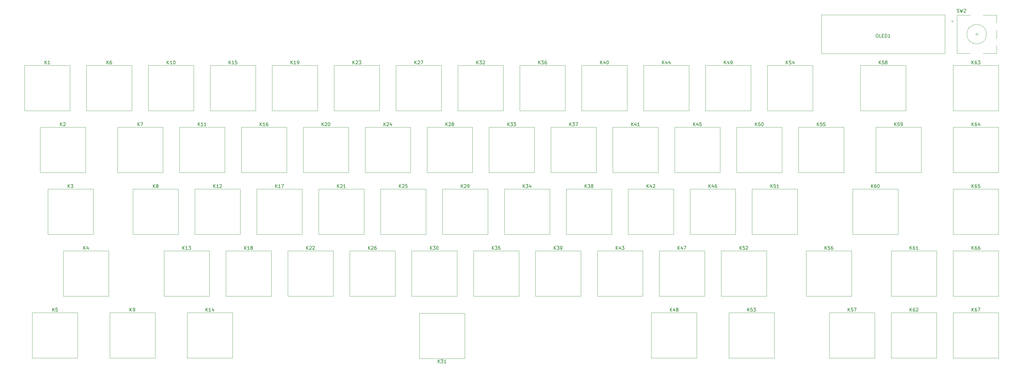
<source format=gto>
G04 #@! TF.GenerationSoftware,KiCad,Pcbnew,(5.1.9)-1*
G04 #@! TF.CreationDate,2021-04-19T20:06:47-07:00*
G04 #@! TF.ProjectId,keyboard,6b657962-6f61-4726-942e-6b696361645f,rev?*
G04 #@! TF.SameCoordinates,Original*
G04 #@! TF.FileFunction,Legend,Top*
G04 #@! TF.FilePolarity,Positive*
%FSLAX46Y46*%
G04 Gerber Fmt 4.6, Leading zero omitted, Abs format (unit mm)*
G04 Created by KiCad (PCBNEW (5.1.9)-1) date 2021-04-19 20:06:47*
%MOMM*%
%LPD*%
G01*
G04 APERTURE LIST*
%ADD10C,0.120000*%
%ADD11C,0.150000*%
G04 APERTURE END LIST*
D10*
G04 #@! TO.C,K31*
X202088750Y-125230000D02*
X202088750Y-139200000D01*
X188118750Y-125230000D02*
X202088750Y-125230000D01*
X188118750Y-139200000D02*
X188118750Y-125230000D01*
X202088750Y-139200000D02*
X188118750Y-139200000D01*
G04 #@! TO.C,OLED1*
X311850240Y-45248080D02*
X311850240Y-33248080D01*
X349850240Y-45248080D02*
X311850240Y-45248080D01*
X349850240Y-33248080D02*
X349850240Y-45248080D01*
X311850240Y-33248080D02*
X349850240Y-33248080D01*
G04 #@! TO.C,K54*
X295275000Y-62865000D02*
X295275000Y-48895000D01*
X309245000Y-62865000D02*
X295275000Y-62865000D01*
X309245000Y-48895000D02*
X309245000Y-62865000D01*
X295275000Y-48895000D02*
X309245000Y-48895000D01*
G04 #@! TO.C,K1*
X66675000Y-62865000D02*
X66675000Y-48895000D01*
X80645000Y-62865000D02*
X66675000Y-62865000D01*
X80645000Y-48895000D02*
X80645000Y-62865000D01*
X66675000Y-48895000D02*
X80645000Y-48895000D01*
G04 #@! TO.C,K2*
X71437500Y-67945000D02*
X85407500Y-67945000D01*
X85407500Y-67945000D02*
X85407500Y-81915000D01*
X85407500Y-81915000D02*
X71437500Y-81915000D01*
X71437500Y-81915000D02*
X71437500Y-67945000D01*
G04 #@! TO.C,K3*
X73818750Y-86995000D02*
X87788750Y-86995000D01*
X87788750Y-86995000D02*
X87788750Y-100965000D01*
X87788750Y-100965000D02*
X73818750Y-100965000D01*
X73818750Y-100965000D02*
X73818750Y-86995000D01*
G04 #@! TO.C,K4*
X78581250Y-120015000D02*
X78581250Y-106045000D01*
X92551250Y-120015000D02*
X78581250Y-120015000D01*
X92551250Y-106045000D02*
X92551250Y-120015000D01*
X78581250Y-106045000D02*
X92551250Y-106045000D01*
G04 #@! TO.C,K5*
X69056250Y-139065000D02*
X69056250Y-125095000D01*
X83026250Y-139065000D02*
X69056250Y-139065000D01*
X83026250Y-125095000D02*
X83026250Y-139065000D01*
X69056250Y-125095000D02*
X83026250Y-125095000D01*
G04 #@! TO.C,K6*
X85725000Y-48895000D02*
X99695000Y-48895000D01*
X99695000Y-48895000D02*
X99695000Y-62865000D01*
X99695000Y-62865000D02*
X85725000Y-62865000D01*
X85725000Y-62865000D02*
X85725000Y-48895000D01*
G04 #@! TO.C,K7*
X95250000Y-81915000D02*
X95250000Y-67945000D01*
X109220000Y-81915000D02*
X95250000Y-81915000D01*
X109220000Y-67945000D02*
X109220000Y-81915000D01*
X95250000Y-67945000D02*
X109220000Y-67945000D01*
G04 #@! TO.C,K8*
X100012500Y-86995000D02*
X113982500Y-86995000D01*
X113982500Y-86995000D02*
X113982500Y-100965000D01*
X113982500Y-100965000D02*
X100012500Y-100965000D01*
X100012500Y-100965000D02*
X100012500Y-86995000D01*
G04 #@! TO.C,K9*
X92868750Y-139065000D02*
X92868750Y-125095000D01*
X106838750Y-139065000D02*
X92868750Y-139065000D01*
X106838750Y-125095000D02*
X106838750Y-139065000D01*
X92868750Y-125095000D02*
X106838750Y-125095000D01*
G04 #@! TO.C,K10*
X104775000Y-62865000D02*
X104775000Y-48895000D01*
X118745000Y-62865000D02*
X104775000Y-62865000D01*
X118745000Y-48895000D02*
X118745000Y-62865000D01*
X104775000Y-48895000D02*
X118745000Y-48895000D01*
G04 #@! TO.C,K11*
X114300000Y-81915000D02*
X114300000Y-67945000D01*
X128270000Y-81915000D02*
X114300000Y-81915000D01*
X128270000Y-67945000D02*
X128270000Y-81915000D01*
X114300000Y-67945000D02*
X128270000Y-67945000D01*
G04 #@! TO.C,K12*
X119062500Y-86995000D02*
X133032500Y-86995000D01*
X133032500Y-86995000D02*
X133032500Y-100965000D01*
X133032500Y-100965000D02*
X119062500Y-100965000D01*
X119062500Y-100965000D02*
X119062500Y-86995000D01*
G04 #@! TO.C,K13*
X109537500Y-120015000D02*
X109537500Y-106045000D01*
X123507500Y-120015000D02*
X109537500Y-120015000D01*
X123507500Y-106045000D02*
X123507500Y-120015000D01*
X109537500Y-106045000D02*
X123507500Y-106045000D01*
G04 #@! TO.C,K14*
X116681250Y-125095000D02*
X130651250Y-125095000D01*
X130651250Y-125095000D02*
X130651250Y-139065000D01*
X130651250Y-139065000D02*
X116681250Y-139065000D01*
X116681250Y-139065000D02*
X116681250Y-125095000D01*
G04 #@! TO.C,K15*
X123825000Y-48895000D02*
X137795000Y-48895000D01*
X137795000Y-48895000D02*
X137795000Y-62865000D01*
X137795000Y-62865000D02*
X123825000Y-62865000D01*
X123825000Y-62865000D02*
X123825000Y-48895000D01*
G04 #@! TO.C,K16*
X133350000Y-67945000D02*
X147320000Y-67945000D01*
X147320000Y-67945000D02*
X147320000Y-81915000D01*
X147320000Y-81915000D02*
X133350000Y-81915000D01*
X133350000Y-81915000D02*
X133350000Y-67945000D01*
G04 #@! TO.C,K17*
X138112500Y-86995000D02*
X152082500Y-86995000D01*
X152082500Y-86995000D02*
X152082500Y-100965000D01*
X152082500Y-100965000D02*
X138112500Y-100965000D01*
X138112500Y-100965000D02*
X138112500Y-86995000D01*
G04 #@! TO.C,K18*
X128587500Y-120015000D02*
X128587500Y-106045000D01*
X142557500Y-120015000D02*
X128587500Y-120015000D01*
X142557500Y-106045000D02*
X142557500Y-120015000D01*
X128587500Y-106045000D02*
X142557500Y-106045000D01*
G04 #@! TO.C,K19*
X142875000Y-62865000D02*
X142875000Y-48895000D01*
X156845000Y-62865000D02*
X142875000Y-62865000D01*
X156845000Y-48895000D02*
X156845000Y-62865000D01*
X142875000Y-48895000D02*
X156845000Y-48895000D01*
G04 #@! TO.C,K20*
X152400000Y-67945000D02*
X166370000Y-67945000D01*
X166370000Y-67945000D02*
X166370000Y-81915000D01*
X166370000Y-81915000D02*
X152400000Y-81915000D01*
X152400000Y-81915000D02*
X152400000Y-67945000D01*
G04 #@! TO.C,K21*
X157162500Y-86995000D02*
X171132500Y-86995000D01*
X171132500Y-86995000D02*
X171132500Y-100965000D01*
X171132500Y-100965000D02*
X157162500Y-100965000D01*
X157162500Y-100965000D02*
X157162500Y-86995000D01*
G04 #@! TO.C,K22*
X147637500Y-106045000D02*
X161607500Y-106045000D01*
X161607500Y-106045000D02*
X161607500Y-120015000D01*
X161607500Y-120015000D02*
X147637500Y-120015000D01*
X147637500Y-120015000D02*
X147637500Y-106045000D01*
G04 #@! TO.C,K23*
X161925000Y-62865000D02*
X161925000Y-48895000D01*
X175895000Y-62865000D02*
X161925000Y-62865000D01*
X175895000Y-48895000D02*
X175895000Y-62865000D01*
X161925000Y-48895000D02*
X175895000Y-48895000D01*
G04 #@! TO.C,K24*
X171450000Y-81915000D02*
X171450000Y-67945000D01*
X185420000Y-81915000D02*
X171450000Y-81915000D01*
X185420000Y-67945000D02*
X185420000Y-81915000D01*
X171450000Y-67945000D02*
X185420000Y-67945000D01*
G04 #@! TO.C,K25*
X176212500Y-100965000D02*
X176212500Y-86995000D01*
X190182500Y-100965000D02*
X176212500Y-100965000D01*
X190182500Y-86995000D02*
X190182500Y-100965000D01*
X176212500Y-86995000D02*
X190182500Y-86995000D01*
G04 #@! TO.C,K26*
X166687500Y-120015000D02*
X166687500Y-106045000D01*
X180657500Y-120015000D02*
X166687500Y-120015000D01*
X180657500Y-106045000D02*
X180657500Y-120015000D01*
X166687500Y-106045000D02*
X180657500Y-106045000D01*
G04 #@! TO.C,K27*
X180975000Y-62865000D02*
X180975000Y-48895000D01*
X194945000Y-62865000D02*
X180975000Y-62865000D01*
X194945000Y-48895000D02*
X194945000Y-62865000D01*
X180975000Y-48895000D02*
X194945000Y-48895000D01*
G04 #@! TO.C,K28*
X190500000Y-67945000D02*
X204470000Y-67945000D01*
X204470000Y-67945000D02*
X204470000Y-81915000D01*
X204470000Y-81915000D02*
X190500000Y-81915000D01*
X190500000Y-81915000D02*
X190500000Y-67945000D01*
G04 #@! TO.C,K29*
X195262500Y-86995000D02*
X209232500Y-86995000D01*
X209232500Y-86995000D02*
X209232500Y-100965000D01*
X209232500Y-100965000D02*
X195262500Y-100965000D01*
X195262500Y-100965000D02*
X195262500Y-86995000D01*
G04 #@! TO.C,K30*
X185737500Y-106045000D02*
X199707500Y-106045000D01*
X199707500Y-106045000D02*
X199707500Y-120015000D01*
X199707500Y-120015000D02*
X185737500Y-120015000D01*
X185737500Y-120015000D02*
X185737500Y-106045000D01*
G04 #@! TO.C,K32*
X200025000Y-48895000D02*
X213995000Y-48895000D01*
X213995000Y-48895000D02*
X213995000Y-62865000D01*
X213995000Y-62865000D02*
X200025000Y-62865000D01*
X200025000Y-62865000D02*
X200025000Y-48895000D01*
G04 #@! TO.C,K33*
X209550000Y-81915000D02*
X209550000Y-67945000D01*
X223520000Y-81915000D02*
X209550000Y-81915000D01*
X223520000Y-67945000D02*
X223520000Y-81915000D01*
X209550000Y-67945000D02*
X223520000Y-67945000D01*
G04 #@! TO.C,K34*
X214312500Y-100965000D02*
X214312500Y-86995000D01*
X228282500Y-100965000D02*
X214312500Y-100965000D01*
X228282500Y-86995000D02*
X228282500Y-100965000D01*
X214312500Y-86995000D02*
X228282500Y-86995000D01*
G04 #@! TO.C,K35*
X204787500Y-106045000D02*
X218757500Y-106045000D01*
X218757500Y-106045000D02*
X218757500Y-120015000D01*
X218757500Y-120015000D02*
X204787500Y-120015000D01*
X204787500Y-120015000D02*
X204787500Y-106045000D01*
G04 #@! TO.C,K36*
X219075000Y-62865000D02*
X219075000Y-48895000D01*
X233045000Y-62865000D02*
X219075000Y-62865000D01*
X233045000Y-48895000D02*
X233045000Y-62865000D01*
X219075000Y-48895000D02*
X233045000Y-48895000D01*
G04 #@! TO.C,K37*
X228600000Y-67945000D02*
X242570000Y-67945000D01*
X242570000Y-67945000D02*
X242570000Y-81915000D01*
X242570000Y-81915000D02*
X228600000Y-81915000D01*
X228600000Y-81915000D02*
X228600000Y-67945000D01*
G04 #@! TO.C,K38*
X233362500Y-86995000D02*
X247332500Y-86995000D01*
X247332500Y-86995000D02*
X247332500Y-100965000D01*
X247332500Y-100965000D02*
X233362500Y-100965000D01*
X233362500Y-100965000D02*
X233362500Y-86995000D01*
G04 #@! TO.C,K39*
X223837500Y-106045000D02*
X237807500Y-106045000D01*
X237807500Y-106045000D02*
X237807500Y-120015000D01*
X237807500Y-120015000D02*
X223837500Y-120015000D01*
X223837500Y-120015000D02*
X223837500Y-106045000D01*
G04 #@! TO.C,K40*
X238125000Y-62865000D02*
X238125000Y-48895000D01*
X252095000Y-62865000D02*
X238125000Y-62865000D01*
X252095000Y-48895000D02*
X252095000Y-62865000D01*
X238125000Y-48895000D02*
X252095000Y-48895000D01*
G04 #@! TO.C,K41*
X247650000Y-81915000D02*
X247650000Y-67945000D01*
X261620000Y-81915000D02*
X247650000Y-81915000D01*
X261620000Y-67945000D02*
X261620000Y-81915000D01*
X247650000Y-67945000D02*
X261620000Y-67945000D01*
G04 #@! TO.C,K42*
X252412500Y-100965000D02*
X252412500Y-86995000D01*
X266382500Y-100965000D02*
X252412500Y-100965000D01*
X266382500Y-86995000D02*
X266382500Y-100965000D01*
X252412500Y-86995000D02*
X266382500Y-86995000D01*
G04 #@! TO.C,K43*
X242887500Y-106045000D02*
X256857500Y-106045000D01*
X256857500Y-106045000D02*
X256857500Y-120015000D01*
X256857500Y-120015000D02*
X242887500Y-120015000D01*
X242887500Y-120015000D02*
X242887500Y-106045000D01*
G04 #@! TO.C,K44*
X257175000Y-62865000D02*
X257175000Y-48895000D01*
X271145000Y-62865000D02*
X257175000Y-62865000D01*
X271145000Y-48895000D02*
X271145000Y-62865000D01*
X257175000Y-48895000D02*
X271145000Y-48895000D01*
G04 #@! TO.C,K45*
X266700000Y-67945000D02*
X280670000Y-67945000D01*
X280670000Y-67945000D02*
X280670000Y-81915000D01*
X280670000Y-81915000D02*
X266700000Y-81915000D01*
X266700000Y-81915000D02*
X266700000Y-67945000D01*
G04 #@! TO.C,K46*
X271462500Y-86995000D02*
X285432500Y-86995000D01*
X285432500Y-86995000D02*
X285432500Y-100965000D01*
X285432500Y-100965000D02*
X271462500Y-100965000D01*
X271462500Y-100965000D02*
X271462500Y-86995000D01*
G04 #@! TO.C,K47*
X261937500Y-120015000D02*
X261937500Y-106045000D01*
X275907500Y-120015000D02*
X261937500Y-120015000D01*
X275907500Y-106045000D02*
X275907500Y-120015000D01*
X261937500Y-106045000D02*
X275907500Y-106045000D01*
G04 #@! TO.C,K49*
X276225000Y-48895000D02*
X290195000Y-48895000D01*
X290195000Y-48895000D02*
X290195000Y-62865000D01*
X290195000Y-62865000D02*
X276225000Y-62865000D01*
X276225000Y-62865000D02*
X276225000Y-48895000D01*
G04 #@! TO.C,K50*
X285750000Y-67945000D02*
X299720000Y-67945000D01*
X299720000Y-67945000D02*
X299720000Y-81915000D01*
X299720000Y-81915000D02*
X285750000Y-81915000D01*
X285750000Y-81915000D02*
X285750000Y-67945000D01*
G04 #@! TO.C,K51*
X290512500Y-86995000D02*
X304482500Y-86995000D01*
X304482500Y-86995000D02*
X304482500Y-100965000D01*
X304482500Y-100965000D02*
X290512500Y-100965000D01*
X290512500Y-100965000D02*
X290512500Y-86995000D01*
G04 #@! TO.C,K52*
X280987500Y-120015000D02*
X280987500Y-106045000D01*
X294957500Y-120015000D02*
X280987500Y-120015000D01*
X294957500Y-106045000D02*
X294957500Y-120015000D01*
X280987500Y-106045000D02*
X294957500Y-106045000D01*
G04 #@! TO.C,K55*
X304800000Y-67945000D02*
X318770000Y-67945000D01*
X318770000Y-67945000D02*
X318770000Y-81915000D01*
X318770000Y-81915000D02*
X304800000Y-81915000D01*
X304800000Y-81915000D02*
X304800000Y-67945000D01*
G04 #@! TO.C,K56*
X307181250Y-120015000D02*
X307181250Y-106045000D01*
X321151250Y-120015000D02*
X307181250Y-120015000D01*
X321151250Y-106045000D02*
X321151250Y-120015000D01*
X307181250Y-106045000D02*
X321151250Y-106045000D01*
G04 #@! TO.C,K57*
X314325000Y-139065000D02*
X314325000Y-125095000D01*
X328295000Y-139065000D02*
X314325000Y-139065000D01*
X328295000Y-125095000D02*
X328295000Y-139065000D01*
X314325000Y-125095000D02*
X328295000Y-125095000D01*
G04 #@! TO.C,K58*
X323850000Y-62865000D02*
X323850000Y-48895000D01*
X337820000Y-62865000D02*
X323850000Y-62865000D01*
X337820000Y-48895000D02*
X337820000Y-62865000D01*
X323850000Y-48895000D02*
X337820000Y-48895000D01*
G04 #@! TO.C,K59*
X328612500Y-81915000D02*
X328612500Y-67945000D01*
X342582500Y-81915000D02*
X328612500Y-81915000D01*
X342582500Y-67945000D02*
X342582500Y-81915000D01*
X328612500Y-67945000D02*
X342582500Y-67945000D01*
G04 #@! TO.C,K60*
X321468750Y-86995000D02*
X335438750Y-86995000D01*
X335438750Y-86995000D02*
X335438750Y-100965000D01*
X335438750Y-100965000D02*
X321468750Y-100965000D01*
X321468750Y-100965000D02*
X321468750Y-86995000D01*
G04 #@! TO.C,K61*
X333375000Y-120015000D02*
X333375000Y-106045000D01*
X347345000Y-120015000D02*
X333375000Y-120015000D01*
X347345000Y-106045000D02*
X347345000Y-120015000D01*
X333375000Y-106045000D02*
X347345000Y-106045000D01*
G04 #@! TO.C,K62*
X333375000Y-139065000D02*
X333375000Y-125095000D01*
X347345000Y-139065000D02*
X333375000Y-139065000D01*
X347345000Y-125095000D02*
X347345000Y-139065000D01*
X333375000Y-125095000D02*
X347345000Y-125095000D01*
G04 #@! TO.C,K64*
X352425000Y-67945000D02*
X366395000Y-67945000D01*
X366395000Y-67945000D02*
X366395000Y-81915000D01*
X366395000Y-81915000D02*
X352425000Y-81915000D01*
X352425000Y-81915000D02*
X352425000Y-67945000D01*
G04 #@! TO.C,K65*
X352425000Y-100965000D02*
X352425000Y-86995000D01*
X366395000Y-100965000D02*
X352425000Y-100965000D01*
X366395000Y-86995000D02*
X366395000Y-100965000D01*
X352425000Y-86995000D02*
X366395000Y-86995000D01*
G04 #@! TO.C,K66*
X352425000Y-106045000D02*
X366395000Y-106045000D01*
X366395000Y-106045000D02*
X366395000Y-120015000D01*
X366395000Y-120015000D02*
X352425000Y-120015000D01*
X352425000Y-120015000D02*
X352425000Y-106045000D01*
G04 #@! TO.C,K67*
X352425000Y-125095000D02*
X366395000Y-125095000D01*
X366395000Y-125095000D02*
X366395000Y-139065000D01*
X366395000Y-139065000D02*
X352425000Y-139065000D01*
X352425000Y-139065000D02*
X352425000Y-125095000D01*
G04 #@! TO.C,K53*
X283368750Y-139065000D02*
X283368750Y-125095000D01*
X297338750Y-139065000D02*
X283368750Y-139065000D01*
X297338750Y-125095000D02*
X297338750Y-139065000D01*
X283368750Y-125095000D02*
X297338750Y-125095000D01*
G04 #@! TO.C,K48*
X259556250Y-125095000D02*
X273526250Y-125095000D01*
X273526250Y-125095000D02*
X273526250Y-139065000D01*
X273526250Y-139065000D02*
X259556250Y-139065000D01*
X259556250Y-139065000D02*
X259556250Y-125095000D01*
G04 #@! TO.C,SW2*
X359160000Y-39248080D02*
X360160000Y-39248080D01*
X359660000Y-38748080D02*
X359660000Y-39748080D01*
X365760000Y-42748080D02*
X365760000Y-45148080D01*
X365760000Y-37948080D02*
X365760000Y-40548080D01*
X365760000Y-33348080D02*
X365760000Y-35748080D01*
X352460000Y-35148080D02*
X352160000Y-35448080D01*
X351860000Y-35148080D02*
X352460000Y-35148080D01*
X352160000Y-35448080D02*
X351860000Y-35148080D01*
X353560000Y-33348080D02*
X353560000Y-45148080D01*
X357660000Y-33348080D02*
X353560000Y-33348080D01*
X357660000Y-45148080D02*
X353560000Y-45148080D01*
X365760000Y-45148080D02*
X361660000Y-45148080D01*
X361660000Y-33348080D02*
X365760000Y-33348080D01*
X362660000Y-39248080D02*
G75*
G03*
X362660000Y-39248080I-3000000J0D01*
G01*
G04 #@! TO.C,K63*
X352425000Y-62865000D02*
X352425000Y-48895000D01*
X366395000Y-62865000D02*
X352425000Y-62865000D01*
X366395000Y-48895000D02*
X366395000Y-62865000D01*
X352425000Y-48895000D02*
X366395000Y-48895000D01*
G04 #@! TO.C,K31*
D11*
X193889464Y-140541380D02*
X193889464Y-139541380D01*
X194460892Y-140541380D02*
X194032321Y-139969952D01*
X194460892Y-139541380D02*
X193889464Y-140112809D01*
X194794226Y-139541380D02*
X195413273Y-139541380D01*
X195079940Y-139922333D01*
X195222797Y-139922333D01*
X195318035Y-139969952D01*
X195365654Y-140017571D01*
X195413273Y-140112809D01*
X195413273Y-140350904D01*
X195365654Y-140446142D01*
X195318035Y-140493761D01*
X195222797Y-140541380D01*
X194937083Y-140541380D01*
X194841845Y-140493761D01*
X194794226Y-140446142D01*
X196365654Y-140541380D02*
X195794226Y-140541380D01*
X196079940Y-140541380D02*
X196079940Y-139541380D01*
X195984702Y-139684238D01*
X195889464Y-139779476D01*
X195794226Y-139827095D01*
G04 #@! TO.C,OLED1*
X328921668Y-39200460D02*
X329112144Y-39200460D01*
X329207382Y-39248080D01*
X329302620Y-39343318D01*
X329350240Y-39533794D01*
X329350240Y-39867127D01*
X329302620Y-40057603D01*
X329207382Y-40152841D01*
X329112144Y-40200460D01*
X328921668Y-40200460D01*
X328826430Y-40152841D01*
X328731192Y-40057603D01*
X328683573Y-39867127D01*
X328683573Y-39533794D01*
X328731192Y-39343318D01*
X328826430Y-39248080D01*
X328921668Y-39200460D01*
X330255001Y-40200460D02*
X329778811Y-40200460D01*
X329778811Y-39200460D01*
X330588335Y-39676651D02*
X330921668Y-39676651D01*
X331064525Y-40200460D02*
X330588335Y-40200460D01*
X330588335Y-39200460D01*
X331064525Y-39200460D01*
X331493097Y-40200460D02*
X331493097Y-39200460D01*
X331731192Y-39200460D01*
X331874049Y-39248080D01*
X331969287Y-39343318D01*
X332016906Y-39438556D01*
X332064525Y-39629032D01*
X332064525Y-39771889D01*
X332016906Y-39962365D01*
X331969287Y-40057603D01*
X331874049Y-40152841D01*
X331731192Y-40200460D01*
X331493097Y-40200460D01*
X333016906Y-40200460D02*
X332445478Y-40200460D01*
X332731192Y-40200460D02*
X332731192Y-39200460D01*
X332635954Y-39343318D01*
X332540716Y-39438556D01*
X332445478Y-39486175D01*
G04 #@! TO.C,K54*
X301045714Y-48458380D02*
X301045714Y-47458380D01*
X301617142Y-48458380D02*
X301188571Y-47886952D01*
X301617142Y-47458380D02*
X301045714Y-48029809D01*
X302521904Y-47458380D02*
X302045714Y-47458380D01*
X301998095Y-47934571D01*
X302045714Y-47886952D01*
X302140952Y-47839333D01*
X302379047Y-47839333D01*
X302474285Y-47886952D01*
X302521904Y-47934571D01*
X302569523Y-48029809D01*
X302569523Y-48267904D01*
X302521904Y-48363142D01*
X302474285Y-48410761D01*
X302379047Y-48458380D01*
X302140952Y-48458380D01*
X302045714Y-48410761D01*
X301998095Y-48363142D01*
X303426666Y-47791714D02*
X303426666Y-48458380D01*
X303188571Y-47410761D02*
X302950476Y-48125047D01*
X303569523Y-48125047D01*
G04 #@! TO.C,K1*
X72921904Y-48458380D02*
X72921904Y-47458380D01*
X73493333Y-48458380D02*
X73064761Y-47886952D01*
X73493333Y-47458380D02*
X72921904Y-48029809D01*
X74445714Y-48458380D02*
X73874285Y-48458380D01*
X74160000Y-48458380D02*
X74160000Y-47458380D01*
X74064761Y-47601238D01*
X73969523Y-47696476D01*
X73874285Y-47744095D01*
G04 #@! TO.C,K2*
X77684404Y-67508380D02*
X77684404Y-66508380D01*
X78255833Y-67508380D02*
X77827261Y-66936952D01*
X78255833Y-66508380D02*
X77684404Y-67079809D01*
X78636785Y-66603619D02*
X78684404Y-66556000D01*
X78779642Y-66508380D01*
X79017738Y-66508380D01*
X79112976Y-66556000D01*
X79160595Y-66603619D01*
X79208214Y-66698857D01*
X79208214Y-66794095D01*
X79160595Y-66936952D01*
X78589166Y-67508380D01*
X79208214Y-67508380D01*
G04 #@! TO.C,K3*
X80065654Y-86558380D02*
X80065654Y-85558380D01*
X80637083Y-86558380D02*
X80208511Y-85986952D01*
X80637083Y-85558380D02*
X80065654Y-86129809D01*
X80970416Y-85558380D02*
X81589464Y-85558380D01*
X81256130Y-85939333D01*
X81398988Y-85939333D01*
X81494226Y-85986952D01*
X81541845Y-86034571D01*
X81589464Y-86129809D01*
X81589464Y-86367904D01*
X81541845Y-86463142D01*
X81494226Y-86510761D01*
X81398988Y-86558380D01*
X81113273Y-86558380D01*
X81018035Y-86510761D01*
X80970416Y-86463142D01*
G04 #@! TO.C,K4*
X84828154Y-105608380D02*
X84828154Y-104608380D01*
X85399583Y-105608380D02*
X84971011Y-105036952D01*
X85399583Y-104608380D02*
X84828154Y-105179809D01*
X86256726Y-104941714D02*
X86256726Y-105608380D01*
X86018630Y-104560761D02*
X85780535Y-105275047D01*
X86399583Y-105275047D01*
G04 #@! TO.C,K5*
X75303154Y-124658380D02*
X75303154Y-123658380D01*
X75874583Y-124658380D02*
X75446011Y-124086952D01*
X75874583Y-123658380D02*
X75303154Y-124229809D01*
X76779345Y-123658380D02*
X76303154Y-123658380D01*
X76255535Y-124134571D01*
X76303154Y-124086952D01*
X76398392Y-124039333D01*
X76636488Y-124039333D01*
X76731726Y-124086952D01*
X76779345Y-124134571D01*
X76826964Y-124229809D01*
X76826964Y-124467904D01*
X76779345Y-124563142D01*
X76731726Y-124610761D01*
X76636488Y-124658380D01*
X76398392Y-124658380D01*
X76303154Y-124610761D01*
X76255535Y-124563142D01*
G04 #@! TO.C,K6*
X91971904Y-48458380D02*
X91971904Y-47458380D01*
X92543333Y-48458380D02*
X92114761Y-47886952D01*
X92543333Y-47458380D02*
X91971904Y-48029809D01*
X93400476Y-47458380D02*
X93210000Y-47458380D01*
X93114761Y-47506000D01*
X93067142Y-47553619D01*
X92971904Y-47696476D01*
X92924285Y-47886952D01*
X92924285Y-48267904D01*
X92971904Y-48363142D01*
X93019523Y-48410761D01*
X93114761Y-48458380D01*
X93305238Y-48458380D01*
X93400476Y-48410761D01*
X93448095Y-48363142D01*
X93495714Y-48267904D01*
X93495714Y-48029809D01*
X93448095Y-47934571D01*
X93400476Y-47886952D01*
X93305238Y-47839333D01*
X93114761Y-47839333D01*
X93019523Y-47886952D01*
X92971904Y-47934571D01*
X92924285Y-48029809D01*
G04 #@! TO.C,K7*
X101496904Y-67508380D02*
X101496904Y-66508380D01*
X102068333Y-67508380D02*
X101639761Y-66936952D01*
X102068333Y-66508380D02*
X101496904Y-67079809D01*
X102401666Y-66508380D02*
X103068333Y-66508380D01*
X102639761Y-67508380D01*
G04 #@! TO.C,K8*
X106259404Y-86558380D02*
X106259404Y-85558380D01*
X106830833Y-86558380D02*
X106402261Y-85986952D01*
X106830833Y-85558380D02*
X106259404Y-86129809D01*
X107402261Y-85986952D02*
X107307023Y-85939333D01*
X107259404Y-85891714D01*
X107211785Y-85796476D01*
X107211785Y-85748857D01*
X107259404Y-85653619D01*
X107307023Y-85606000D01*
X107402261Y-85558380D01*
X107592738Y-85558380D01*
X107687976Y-85606000D01*
X107735595Y-85653619D01*
X107783214Y-85748857D01*
X107783214Y-85796476D01*
X107735595Y-85891714D01*
X107687976Y-85939333D01*
X107592738Y-85986952D01*
X107402261Y-85986952D01*
X107307023Y-86034571D01*
X107259404Y-86082190D01*
X107211785Y-86177428D01*
X107211785Y-86367904D01*
X107259404Y-86463142D01*
X107307023Y-86510761D01*
X107402261Y-86558380D01*
X107592738Y-86558380D01*
X107687976Y-86510761D01*
X107735595Y-86463142D01*
X107783214Y-86367904D01*
X107783214Y-86177428D01*
X107735595Y-86082190D01*
X107687976Y-86034571D01*
X107592738Y-85986952D01*
G04 #@! TO.C,K9*
X99115654Y-124658380D02*
X99115654Y-123658380D01*
X99687083Y-124658380D02*
X99258511Y-124086952D01*
X99687083Y-123658380D02*
X99115654Y-124229809D01*
X100163273Y-124658380D02*
X100353750Y-124658380D01*
X100448988Y-124610761D01*
X100496607Y-124563142D01*
X100591845Y-124420285D01*
X100639464Y-124229809D01*
X100639464Y-123848857D01*
X100591845Y-123753619D01*
X100544226Y-123706000D01*
X100448988Y-123658380D01*
X100258511Y-123658380D01*
X100163273Y-123706000D01*
X100115654Y-123753619D01*
X100068035Y-123848857D01*
X100068035Y-124086952D01*
X100115654Y-124182190D01*
X100163273Y-124229809D01*
X100258511Y-124277428D01*
X100448988Y-124277428D01*
X100544226Y-124229809D01*
X100591845Y-124182190D01*
X100639464Y-124086952D01*
G04 #@! TO.C,K10*
X110545714Y-48458380D02*
X110545714Y-47458380D01*
X111117142Y-48458380D02*
X110688571Y-47886952D01*
X111117142Y-47458380D02*
X110545714Y-48029809D01*
X112069523Y-48458380D02*
X111498095Y-48458380D01*
X111783809Y-48458380D02*
X111783809Y-47458380D01*
X111688571Y-47601238D01*
X111593333Y-47696476D01*
X111498095Y-47744095D01*
X112688571Y-47458380D02*
X112783809Y-47458380D01*
X112879047Y-47506000D01*
X112926666Y-47553619D01*
X112974285Y-47648857D01*
X113021904Y-47839333D01*
X113021904Y-48077428D01*
X112974285Y-48267904D01*
X112926666Y-48363142D01*
X112879047Y-48410761D01*
X112783809Y-48458380D01*
X112688571Y-48458380D01*
X112593333Y-48410761D01*
X112545714Y-48363142D01*
X112498095Y-48267904D01*
X112450476Y-48077428D01*
X112450476Y-47839333D01*
X112498095Y-47648857D01*
X112545714Y-47553619D01*
X112593333Y-47506000D01*
X112688571Y-47458380D01*
G04 #@! TO.C,K11*
X120070714Y-67508380D02*
X120070714Y-66508380D01*
X120642142Y-67508380D02*
X120213571Y-66936952D01*
X120642142Y-66508380D02*
X120070714Y-67079809D01*
X121594523Y-67508380D02*
X121023095Y-67508380D01*
X121308809Y-67508380D02*
X121308809Y-66508380D01*
X121213571Y-66651238D01*
X121118333Y-66746476D01*
X121023095Y-66794095D01*
X122546904Y-67508380D02*
X121975476Y-67508380D01*
X122261190Y-67508380D02*
X122261190Y-66508380D01*
X122165952Y-66651238D01*
X122070714Y-66746476D01*
X121975476Y-66794095D01*
G04 #@! TO.C,K12*
X124833214Y-86558380D02*
X124833214Y-85558380D01*
X125404642Y-86558380D02*
X124976071Y-85986952D01*
X125404642Y-85558380D02*
X124833214Y-86129809D01*
X126357023Y-86558380D02*
X125785595Y-86558380D01*
X126071309Y-86558380D02*
X126071309Y-85558380D01*
X125976071Y-85701238D01*
X125880833Y-85796476D01*
X125785595Y-85844095D01*
X126737976Y-85653619D02*
X126785595Y-85606000D01*
X126880833Y-85558380D01*
X127118928Y-85558380D01*
X127214166Y-85606000D01*
X127261785Y-85653619D01*
X127309404Y-85748857D01*
X127309404Y-85844095D01*
X127261785Y-85986952D01*
X126690357Y-86558380D01*
X127309404Y-86558380D01*
G04 #@! TO.C,K13*
X115308214Y-105608380D02*
X115308214Y-104608380D01*
X115879642Y-105608380D02*
X115451071Y-105036952D01*
X115879642Y-104608380D02*
X115308214Y-105179809D01*
X116832023Y-105608380D02*
X116260595Y-105608380D01*
X116546309Y-105608380D02*
X116546309Y-104608380D01*
X116451071Y-104751238D01*
X116355833Y-104846476D01*
X116260595Y-104894095D01*
X117165357Y-104608380D02*
X117784404Y-104608380D01*
X117451071Y-104989333D01*
X117593928Y-104989333D01*
X117689166Y-105036952D01*
X117736785Y-105084571D01*
X117784404Y-105179809D01*
X117784404Y-105417904D01*
X117736785Y-105513142D01*
X117689166Y-105560761D01*
X117593928Y-105608380D01*
X117308214Y-105608380D01*
X117212976Y-105560761D01*
X117165357Y-105513142D01*
G04 #@! TO.C,K14*
X122451964Y-124658380D02*
X122451964Y-123658380D01*
X123023392Y-124658380D02*
X122594821Y-124086952D01*
X123023392Y-123658380D02*
X122451964Y-124229809D01*
X123975773Y-124658380D02*
X123404345Y-124658380D01*
X123690059Y-124658380D02*
X123690059Y-123658380D01*
X123594821Y-123801238D01*
X123499583Y-123896476D01*
X123404345Y-123944095D01*
X124832916Y-123991714D02*
X124832916Y-124658380D01*
X124594821Y-123610761D02*
X124356726Y-124325047D01*
X124975773Y-124325047D01*
G04 #@! TO.C,K15*
X129595714Y-48458380D02*
X129595714Y-47458380D01*
X130167142Y-48458380D02*
X129738571Y-47886952D01*
X130167142Y-47458380D02*
X129595714Y-48029809D01*
X131119523Y-48458380D02*
X130548095Y-48458380D01*
X130833809Y-48458380D02*
X130833809Y-47458380D01*
X130738571Y-47601238D01*
X130643333Y-47696476D01*
X130548095Y-47744095D01*
X132024285Y-47458380D02*
X131548095Y-47458380D01*
X131500476Y-47934571D01*
X131548095Y-47886952D01*
X131643333Y-47839333D01*
X131881428Y-47839333D01*
X131976666Y-47886952D01*
X132024285Y-47934571D01*
X132071904Y-48029809D01*
X132071904Y-48267904D01*
X132024285Y-48363142D01*
X131976666Y-48410761D01*
X131881428Y-48458380D01*
X131643333Y-48458380D01*
X131548095Y-48410761D01*
X131500476Y-48363142D01*
G04 #@! TO.C,K16*
X139120714Y-67508380D02*
X139120714Y-66508380D01*
X139692142Y-67508380D02*
X139263571Y-66936952D01*
X139692142Y-66508380D02*
X139120714Y-67079809D01*
X140644523Y-67508380D02*
X140073095Y-67508380D01*
X140358809Y-67508380D02*
X140358809Y-66508380D01*
X140263571Y-66651238D01*
X140168333Y-66746476D01*
X140073095Y-66794095D01*
X141501666Y-66508380D02*
X141311190Y-66508380D01*
X141215952Y-66556000D01*
X141168333Y-66603619D01*
X141073095Y-66746476D01*
X141025476Y-66936952D01*
X141025476Y-67317904D01*
X141073095Y-67413142D01*
X141120714Y-67460761D01*
X141215952Y-67508380D01*
X141406428Y-67508380D01*
X141501666Y-67460761D01*
X141549285Y-67413142D01*
X141596904Y-67317904D01*
X141596904Y-67079809D01*
X141549285Y-66984571D01*
X141501666Y-66936952D01*
X141406428Y-66889333D01*
X141215952Y-66889333D01*
X141120714Y-66936952D01*
X141073095Y-66984571D01*
X141025476Y-67079809D01*
G04 #@! TO.C,K17*
X143883214Y-86558380D02*
X143883214Y-85558380D01*
X144454642Y-86558380D02*
X144026071Y-85986952D01*
X144454642Y-85558380D02*
X143883214Y-86129809D01*
X145407023Y-86558380D02*
X144835595Y-86558380D01*
X145121309Y-86558380D02*
X145121309Y-85558380D01*
X145026071Y-85701238D01*
X144930833Y-85796476D01*
X144835595Y-85844095D01*
X145740357Y-85558380D02*
X146407023Y-85558380D01*
X145978452Y-86558380D01*
G04 #@! TO.C,K18*
X134358214Y-105608380D02*
X134358214Y-104608380D01*
X134929642Y-105608380D02*
X134501071Y-105036952D01*
X134929642Y-104608380D02*
X134358214Y-105179809D01*
X135882023Y-105608380D02*
X135310595Y-105608380D01*
X135596309Y-105608380D02*
X135596309Y-104608380D01*
X135501071Y-104751238D01*
X135405833Y-104846476D01*
X135310595Y-104894095D01*
X136453452Y-105036952D02*
X136358214Y-104989333D01*
X136310595Y-104941714D01*
X136262976Y-104846476D01*
X136262976Y-104798857D01*
X136310595Y-104703619D01*
X136358214Y-104656000D01*
X136453452Y-104608380D01*
X136643928Y-104608380D01*
X136739166Y-104656000D01*
X136786785Y-104703619D01*
X136834404Y-104798857D01*
X136834404Y-104846476D01*
X136786785Y-104941714D01*
X136739166Y-104989333D01*
X136643928Y-105036952D01*
X136453452Y-105036952D01*
X136358214Y-105084571D01*
X136310595Y-105132190D01*
X136262976Y-105227428D01*
X136262976Y-105417904D01*
X136310595Y-105513142D01*
X136358214Y-105560761D01*
X136453452Y-105608380D01*
X136643928Y-105608380D01*
X136739166Y-105560761D01*
X136786785Y-105513142D01*
X136834404Y-105417904D01*
X136834404Y-105227428D01*
X136786785Y-105132190D01*
X136739166Y-105084571D01*
X136643928Y-105036952D01*
G04 #@! TO.C,K19*
X148645714Y-48458380D02*
X148645714Y-47458380D01*
X149217142Y-48458380D02*
X148788571Y-47886952D01*
X149217142Y-47458380D02*
X148645714Y-48029809D01*
X150169523Y-48458380D02*
X149598095Y-48458380D01*
X149883809Y-48458380D02*
X149883809Y-47458380D01*
X149788571Y-47601238D01*
X149693333Y-47696476D01*
X149598095Y-47744095D01*
X150645714Y-48458380D02*
X150836190Y-48458380D01*
X150931428Y-48410761D01*
X150979047Y-48363142D01*
X151074285Y-48220285D01*
X151121904Y-48029809D01*
X151121904Y-47648857D01*
X151074285Y-47553619D01*
X151026666Y-47506000D01*
X150931428Y-47458380D01*
X150740952Y-47458380D01*
X150645714Y-47506000D01*
X150598095Y-47553619D01*
X150550476Y-47648857D01*
X150550476Y-47886952D01*
X150598095Y-47982190D01*
X150645714Y-48029809D01*
X150740952Y-48077428D01*
X150931428Y-48077428D01*
X151026666Y-48029809D01*
X151074285Y-47982190D01*
X151121904Y-47886952D01*
G04 #@! TO.C,K20*
X158170714Y-67508380D02*
X158170714Y-66508380D01*
X158742142Y-67508380D02*
X158313571Y-66936952D01*
X158742142Y-66508380D02*
X158170714Y-67079809D01*
X159123095Y-66603619D02*
X159170714Y-66556000D01*
X159265952Y-66508380D01*
X159504047Y-66508380D01*
X159599285Y-66556000D01*
X159646904Y-66603619D01*
X159694523Y-66698857D01*
X159694523Y-66794095D01*
X159646904Y-66936952D01*
X159075476Y-67508380D01*
X159694523Y-67508380D01*
X160313571Y-66508380D02*
X160408809Y-66508380D01*
X160504047Y-66556000D01*
X160551666Y-66603619D01*
X160599285Y-66698857D01*
X160646904Y-66889333D01*
X160646904Y-67127428D01*
X160599285Y-67317904D01*
X160551666Y-67413142D01*
X160504047Y-67460761D01*
X160408809Y-67508380D01*
X160313571Y-67508380D01*
X160218333Y-67460761D01*
X160170714Y-67413142D01*
X160123095Y-67317904D01*
X160075476Y-67127428D01*
X160075476Y-66889333D01*
X160123095Y-66698857D01*
X160170714Y-66603619D01*
X160218333Y-66556000D01*
X160313571Y-66508380D01*
G04 #@! TO.C,K21*
X162933214Y-86558380D02*
X162933214Y-85558380D01*
X163504642Y-86558380D02*
X163076071Y-85986952D01*
X163504642Y-85558380D02*
X162933214Y-86129809D01*
X163885595Y-85653619D02*
X163933214Y-85606000D01*
X164028452Y-85558380D01*
X164266547Y-85558380D01*
X164361785Y-85606000D01*
X164409404Y-85653619D01*
X164457023Y-85748857D01*
X164457023Y-85844095D01*
X164409404Y-85986952D01*
X163837976Y-86558380D01*
X164457023Y-86558380D01*
X165409404Y-86558380D02*
X164837976Y-86558380D01*
X165123690Y-86558380D02*
X165123690Y-85558380D01*
X165028452Y-85701238D01*
X164933214Y-85796476D01*
X164837976Y-85844095D01*
G04 #@! TO.C,K22*
X153408214Y-105608380D02*
X153408214Y-104608380D01*
X153979642Y-105608380D02*
X153551071Y-105036952D01*
X153979642Y-104608380D02*
X153408214Y-105179809D01*
X154360595Y-104703619D02*
X154408214Y-104656000D01*
X154503452Y-104608380D01*
X154741547Y-104608380D01*
X154836785Y-104656000D01*
X154884404Y-104703619D01*
X154932023Y-104798857D01*
X154932023Y-104894095D01*
X154884404Y-105036952D01*
X154312976Y-105608380D01*
X154932023Y-105608380D01*
X155312976Y-104703619D02*
X155360595Y-104656000D01*
X155455833Y-104608380D01*
X155693928Y-104608380D01*
X155789166Y-104656000D01*
X155836785Y-104703619D01*
X155884404Y-104798857D01*
X155884404Y-104894095D01*
X155836785Y-105036952D01*
X155265357Y-105608380D01*
X155884404Y-105608380D01*
G04 #@! TO.C,K23*
X167695714Y-48458380D02*
X167695714Y-47458380D01*
X168267142Y-48458380D02*
X167838571Y-47886952D01*
X168267142Y-47458380D02*
X167695714Y-48029809D01*
X168648095Y-47553619D02*
X168695714Y-47506000D01*
X168790952Y-47458380D01*
X169029047Y-47458380D01*
X169124285Y-47506000D01*
X169171904Y-47553619D01*
X169219523Y-47648857D01*
X169219523Y-47744095D01*
X169171904Y-47886952D01*
X168600476Y-48458380D01*
X169219523Y-48458380D01*
X169552857Y-47458380D02*
X170171904Y-47458380D01*
X169838571Y-47839333D01*
X169981428Y-47839333D01*
X170076666Y-47886952D01*
X170124285Y-47934571D01*
X170171904Y-48029809D01*
X170171904Y-48267904D01*
X170124285Y-48363142D01*
X170076666Y-48410761D01*
X169981428Y-48458380D01*
X169695714Y-48458380D01*
X169600476Y-48410761D01*
X169552857Y-48363142D01*
G04 #@! TO.C,K24*
X177220714Y-67508380D02*
X177220714Y-66508380D01*
X177792142Y-67508380D02*
X177363571Y-66936952D01*
X177792142Y-66508380D02*
X177220714Y-67079809D01*
X178173095Y-66603619D02*
X178220714Y-66556000D01*
X178315952Y-66508380D01*
X178554047Y-66508380D01*
X178649285Y-66556000D01*
X178696904Y-66603619D01*
X178744523Y-66698857D01*
X178744523Y-66794095D01*
X178696904Y-66936952D01*
X178125476Y-67508380D01*
X178744523Y-67508380D01*
X179601666Y-66841714D02*
X179601666Y-67508380D01*
X179363571Y-66460761D02*
X179125476Y-67175047D01*
X179744523Y-67175047D01*
G04 #@! TO.C,K25*
X181983214Y-86558380D02*
X181983214Y-85558380D01*
X182554642Y-86558380D02*
X182126071Y-85986952D01*
X182554642Y-85558380D02*
X181983214Y-86129809D01*
X182935595Y-85653619D02*
X182983214Y-85606000D01*
X183078452Y-85558380D01*
X183316547Y-85558380D01*
X183411785Y-85606000D01*
X183459404Y-85653619D01*
X183507023Y-85748857D01*
X183507023Y-85844095D01*
X183459404Y-85986952D01*
X182887976Y-86558380D01*
X183507023Y-86558380D01*
X184411785Y-85558380D02*
X183935595Y-85558380D01*
X183887976Y-86034571D01*
X183935595Y-85986952D01*
X184030833Y-85939333D01*
X184268928Y-85939333D01*
X184364166Y-85986952D01*
X184411785Y-86034571D01*
X184459404Y-86129809D01*
X184459404Y-86367904D01*
X184411785Y-86463142D01*
X184364166Y-86510761D01*
X184268928Y-86558380D01*
X184030833Y-86558380D01*
X183935595Y-86510761D01*
X183887976Y-86463142D01*
G04 #@! TO.C,K26*
X172458214Y-105608380D02*
X172458214Y-104608380D01*
X173029642Y-105608380D02*
X172601071Y-105036952D01*
X173029642Y-104608380D02*
X172458214Y-105179809D01*
X173410595Y-104703619D02*
X173458214Y-104656000D01*
X173553452Y-104608380D01*
X173791547Y-104608380D01*
X173886785Y-104656000D01*
X173934404Y-104703619D01*
X173982023Y-104798857D01*
X173982023Y-104894095D01*
X173934404Y-105036952D01*
X173362976Y-105608380D01*
X173982023Y-105608380D01*
X174839166Y-104608380D02*
X174648690Y-104608380D01*
X174553452Y-104656000D01*
X174505833Y-104703619D01*
X174410595Y-104846476D01*
X174362976Y-105036952D01*
X174362976Y-105417904D01*
X174410595Y-105513142D01*
X174458214Y-105560761D01*
X174553452Y-105608380D01*
X174743928Y-105608380D01*
X174839166Y-105560761D01*
X174886785Y-105513142D01*
X174934404Y-105417904D01*
X174934404Y-105179809D01*
X174886785Y-105084571D01*
X174839166Y-105036952D01*
X174743928Y-104989333D01*
X174553452Y-104989333D01*
X174458214Y-105036952D01*
X174410595Y-105084571D01*
X174362976Y-105179809D01*
G04 #@! TO.C,K27*
X186745714Y-48458380D02*
X186745714Y-47458380D01*
X187317142Y-48458380D02*
X186888571Y-47886952D01*
X187317142Y-47458380D02*
X186745714Y-48029809D01*
X187698095Y-47553619D02*
X187745714Y-47506000D01*
X187840952Y-47458380D01*
X188079047Y-47458380D01*
X188174285Y-47506000D01*
X188221904Y-47553619D01*
X188269523Y-47648857D01*
X188269523Y-47744095D01*
X188221904Y-47886952D01*
X187650476Y-48458380D01*
X188269523Y-48458380D01*
X188602857Y-47458380D02*
X189269523Y-47458380D01*
X188840952Y-48458380D01*
G04 #@! TO.C,K28*
X196270714Y-67508380D02*
X196270714Y-66508380D01*
X196842142Y-67508380D02*
X196413571Y-66936952D01*
X196842142Y-66508380D02*
X196270714Y-67079809D01*
X197223095Y-66603619D02*
X197270714Y-66556000D01*
X197365952Y-66508380D01*
X197604047Y-66508380D01*
X197699285Y-66556000D01*
X197746904Y-66603619D01*
X197794523Y-66698857D01*
X197794523Y-66794095D01*
X197746904Y-66936952D01*
X197175476Y-67508380D01*
X197794523Y-67508380D01*
X198365952Y-66936952D02*
X198270714Y-66889333D01*
X198223095Y-66841714D01*
X198175476Y-66746476D01*
X198175476Y-66698857D01*
X198223095Y-66603619D01*
X198270714Y-66556000D01*
X198365952Y-66508380D01*
X198556428Y-66508380D01*
X198651666Y-66556000D01*
X198699285Y-66603619D01*
X198746904Y-66698857D01*
X198746904Y-66746476D01*
X198699285Y-66841714D01*
X198651666Y-66889333D01*
X198556428Y-66936952D01*
X198365952Y-66936952D01*
X198270714Y-66984571D01*
X198223095Y-67032190D01*
X198175476Y-67127428D01*
X198175476Y-67317904D01*
X198223095Y-67413142D01*
X198270714Y-67460761D01*
X198365952Y-67508380D01*
X198556428Y-67508380D01*
X198651666Y-67460761D01*
X198699285Y-67413142D01*
X198746904Y-67317904D01*
X198746904Y-67127428D01*
X198699285Y-67032190D01*
X198651666Y-66984571D01*
X198556428Y-66936952D01*
G04 #@! TO.C,K29*
X201033214Y-86558380D02*
X201033214Y-85558380D01*
X201604642Y-86558380D02*
X201176071Y-85986952D01*
X201604642Y-85558380D02*
X201033214Y-86129809D01*
X201985595Y-85653619D02*
X202033214Y-85606000D01*
X202128452Y-85558380D01*
X202366547Y-85558380D01*
X202461785Y-85606000D01*
X202509404Y-85653619D01*
X202557023Y-85748857D01*
X202557023Y-85844095D01*
X202509404Y-85986952D01*
X201937976Y-86558380D01*
X202557023Y-86558380D01*
X203033214Y-86558380D02*
X203223690Y-86558380D01*
X203318928Y-86510761D01*
X203366547Y-86463142D01*
X203461785Y-86320285D01*
X203509404Y-86129809D01*
X203509404Y-85748857D01*
X203461785Y-85653619D01*
X203414166Y-85606000D01*
X203318928Y-85558380D01*
X203128452Y-85558380D01*
X203033214Y-85606000D01*
X202985595Y-85653619D01*
X202937976Y-85748857D01*
X202937976Y-85986952D01*
X202985595Y-86082190D01*
X203033214Y-86129809D01*
X203128452Y-86177428D01*
X203318928Y-86177428D01*
X203414166Y-86129809D01*
X203461785Y-86082190D01*
X203509404Y-85986952D01*
G04 #@! TO.C,K30*
X191508214Y-105608380D02*
X191508214Y-104608380D01*
X192079642Y-105608380D02*
X191651071Y-105036952D01*
X192079642Y-104608380D02*
X191508214Y-105179809D01*
X192412976Y-104608380D02*
X193032023Y-104608380D01*
X192698690Y-104989333D01*
X192841547Y-104989333D01*
X192936785Y-105036952D01*
X192984404Y-105084571D01*
X193032023Y-105179809D01*
X193032023Y-105417904D01*
X192984404Y-105513142D01*
X192936785Y-105560761D01*
X192841547Y-105608380D01*
X192555833Y-105608380D01*
X192460595Y-105560761D01*
X192412976Y-105513142D01*
X193651071Y-104608380D02*
X193746309Y-104608380D01*
X193841547Y-104656000D01*
X193889166Y-104703619D01*
X193936785Y-104798857D01*
X193984404Y-104989333D01*
X193984404Y-105227428D01*
X193936785Y-105417904D01*
X193889166Y-105513142D01*
X193841547Y-105560761D01*
X193746309Y-105608380D01*
X193651071Y-105608380D01*
X193555833Y-105560761D01*
X193508214Y-105513142D01*
X193460595Y-105417904D01*
X193412976Y-105227428D01*
X193412976Y-104989333D01*
X193460595Y-104798857D01*
X193508214Y-104703619D01*
X193555833Y-104656000D01*
X193651071Y-104608380D01*
G04 #@! TO.C,K32*
X205795714Y-48458380D02*
X205795714Y-47458380D01*
X206367142Y-48458380D02*
X205938571Y-47886952D01*
X206367142Y-47458380D02*
X205795714Y-48029809D01*
X206700476Y-47458380D02*
X207319523Y-47458380D01*
X206986190Y-47839333D01*
X207129047Y-47839333D01*
X207224285Y-47886952D01*
X207271904Y-47934571D01*
X207319523Y-48029809D01*
X207319523Y-48267904D01*
X207271904Y-48363142D01*
X207224285Y-48410761D01*
X207129047Y-48458380D01*
X206843333Y-48458380D01*
X206748095Y-48410761D01*
X206700476Y-48363142D01*
X207700476Y-47553619D02*
X207748095Y-47506000D01*
X207843333Y-47458380D01*
X208081428Y-47458380D01*
X208176666Y-47506000D01*
X208224285Y-47553619D01*
X208271904Y-47648857D01*
X208271904Y-47744095D01*
X208224285Y-47886952D01*
X207652857Y-48458380D01*
X208271904Y-48458380D01*
G04 #@! TO.C,K33*
X215320714Y-67508380D02*
X215320714Y-66508380D01*
X215892142Y-67508380D02*
X215463571Y-66936952D01*
X215892142Y-66508380D02*
X215320714Y-67079809D01*
X216225476Y-66508380D02*
X216844523Y-66508380D01*
X216511190Y-66889333D01*
X216654047Y-66889333D01*
X216749285Y-66936952D01*
X216796904Y-66984571D01*
X216844523Y-67079809D01*
X216844523Y-67317904D01*
X216796904Y-67413142D01*
X216749285Y-67460761D01*
X216654047Y-67508380D01*
X216368333Y-67508380D01*
X216273095Y-67460761D01*
X216225476Y-67413142D01*
X217177857Y-66508380D02*
X217796904Y-66508380D01*
X217463571Y-66889333D01*
X217606428Y-66889333D01*
X217701666Y-66936952D01*
X217749285Y-66984571D01*
X217796904Y-67079809D01*
X217796904Y-67317904D01*
X217749285Y-67413142D01*
X217701666Y-67460761D01*
X217606428Y-67508380D01*
X217320714Y-67508380D01*
X217225476Y-67460761D01*
X217177857Y-67413142D01*
G04 #@! TO.C,K34*
X220083214Y-86558380D02*
X220083214Y-85558380D01*
X220654642Y-86558380D02*
X220226071Y-85986952D01*
X220654642Y-85558380D02*
X220083214Y-86129809D01*
X220987976Y-85558380D02*
X221607023Y-85558380D01*
X221273690Y-85939333D01*
X221416547Y-85939333D01*
X221511785Y-85986952D01*
X221559404Y-86034571D01*
X221607023Y-86129809D01*
X221607023Y-86367904D01*
X221559404Y-86463142D01*
X221511785Y-86510761D01*
X221416547Y-86558380D01*
X221130833Y-86558380D01*
X221035595Y-86510761D01*
X220987976Y-86463142D01*
X222464166Y-85891714D02*
X222464166Y-86558380D01*
X222226071Y-85510761D02*
X221987976Y-86225047D01*
X222607023Y-86225047D01*
G04 #@! TO.C,K35*
X210558214Y-105608380D02*
X210558214Y-104608380D01*
X211129642Y-105608380D02*
X210701071Y-105036952D01*
X211129642Y-104608380D02*
X210558214Y-105179809D01*
X211462976Y-104608380D02*
X212082023Y-104608380D01*
X211748690Y-104989333D01*
X211891547Y-104989333D01*
X211986785Y-105036952D01*
X212034404Y-105084571D01*
X212082023Y-105179809D01*
X212082023Y-105417904D01*
X212034404Y-105513142D01*
X211986785Y-105560761D01*
X211891547Y-105608380D01*
X211605833Y-105608380D01*
X211510595Y-105560761D01*
X211462976Y-105513142D01*
X212986785Y-104608380D02*
X212510595Y-104608380D01*
X212462976Y-105084571D01*
X212510595Y-105036952D01*
X212605833Y-104989333D01*
X212843928Y-104989333D01*
X212939166Y-105036952D01*
X212986785Y-105084571D01*
X213034404Y-105179809D01*
X213034404Y-105417904D01*
X212986785Y-105513142D01*
X212939166Y-105560761D01*
X212843928Y-105608380D01*
X212605833Y-105608380D01*
X212510595Y-105560761D01*
X212462976Y-105513142D01*
G04 #@! TO.C,K36*
X224845714Y-48458380D02*
X224845714Y-47458380D01*
X225417142Y-48458380D02*
X224988571Y-47886952D01*
X225417142Y-47458380D02*
X224845714Y-48029809D01*
X225750476Y-47458380D02*
X226369523Y-47458380D01*
X226036190Y-47839333D01*
X226179047Y-47839333D01*
X226274285Y-47886952D01*
X226321904Y-47934571D01*
X226369523Y-48029809D01*
X226369523Y-48267904D01*
X226321904Y-48363142D01*
X226274285Y-48410761D01*
X226179047Y-48458380D01*
X225893333Y-48458380D01*
X225798095Y-48410761D01*
X225750476Y-48363142D01*
X227226666Y-47458380D02*
X227036190Y-47458380D01*
X226940952Y-47506000D01*
X226893333Y-47553619D01*
X226798095Y-47696476D01*
X226750476Y-47886952D01*
X226750476Y-48267904D01*
X226798095Y-48363142D01*
X226845714Y-48410761D01*
X226940952Y-48458380D01*
X227131428Y-48458380D01*
X227226666Y-48410761D01*
X227274285Y-48363142D01*
X227321904Y-48267904D01*
X227321904Y-48029809D01*
X227274285Y-47934571D01*
X227226666Y-47886952D01*
X227131428Y-47839333D01*
X226940952Y-47839333D01*
X226845714Y-47886952D01*
X226798095Y-47934571D01*
X226750476Y-48029809D01*
G04 #@! TO.C,K37*
X234370714Y-67508380D02*
X234370714Y-66508380D01*
X234942142Y-67508380D02*
X234513571Y-66936952D01*
X234942142Y-66508380D02*
X234370714Y-67079809D01*
X235275476Y-66508380D02*
X235894523Y-66508380D01*
X235561190Y-66889333D01*
X235704047Y-66889333D01*
X235799285Y-66936952D01*
X235846904Y-66984571D01*
X235894523Y-67079809D01*
X235894523Y-67317904D01*
X235846904Y-67413142D01*
X235799285Y-67460761D01*
X235704047Y-67508380D01*
X235418333Y-67508380D01*
X235323095Y-67460761D01*
X235275476Y-67413142D01*
X236227857Y-66508380D02*
X236894523Y-66508380D01*
X236465952Y-67508380D01*
G04 #@! TO.C,K38*
X239133214Y-86558380D02*
X239133214Y-85558380D01*
X239704642Y-86558380D02*
X239276071Y-85986952D01*
X239704642Y-85558380D02*
X239133214Y-86129809D01*
X240037976Y-85558380D02*
X240657023Y-85558380D01*
X240323690Y-85939333D01*
X240466547Y-85939333D01*
X240561785Y-85986952D01*
X240609404Y-86034571D01*
X240657023Y-86129809D01*
X240657023Y-86367904D01*
X240609404Y-86463142D01*
X240561785Y-86510761D01*
X240466547Y-86558380D01*
X240180833Y-86558380D01*
X240085595Y-86510761D01*
X240037976Y-86463142D01*
X241228452Y-85986952D02*
X241133214Y-85939333D01*
X241085595Y-85891714D01*
X241037976Y-85796476D01*
X241037976Y-85748857D01*
X241085595Y-85653619D01*
X241133214Y-85606000D01*
X241228452Y-85558380D01*
X241418928Y-85558380D01*
X241514166Y-85606000D01*
X241561785Y-85653619D01*
X241609404Y-85748857D01*
X241609404Y-85796476D01*
X241561785Y-85891714D01*
X241514166Y-85939333D01*
X241418928Y-85986952D01*
X241228452Y-85986952D01*
X241133214Y-86034571D01*
X241085595Y-86082190D01*
X241037976Y-86177428D01*
X241037976Y-86367904D01*
X241085595Y-86463142D01*
X241133214Y-86510761D01*
X241228452Y-86558380D01*
X241418928Y-86558380D01*
X241514166Y-86510761D01*
X241561785Y-86463142D01*
X241609404Y-86367904D01*
X241609404Y-86177428D01*
X241561785Y-86082190D01*
X241514166Y-86034571D01*
X241418928Y-85986952D01*
G04 #@! TO.C,K39*
X229608214Y-105608380D02*
X229608214Y-104608380D01*
X230179642Y-105608380D02*
X229751071Y-105036952D01*
X230179642Y-104608380D02*
X229608214Y-105179809D01*
X230512976Y-104608380D02*
X231132023Y-104608380D01*
X230798690Y-104989333D01*
X230941547Y-104989333D01*
X231036785Y-105036952D01*
X231084404Y-105084571D01*
X231132023Y-105179809D01*
X231132023Y-105417904D01*
X231084404Y-105513142D01*
X231036785Y-105560761D01*
X230941547Y-105608380D01*
X230655833Y-105608380D01*
X230560595Y-105560761D01*
X230512976Y-105513142D01*
X231608214Y-105608380D02*
X231798690Y-105608380D01*
X231893928Y-105560761D01*
X231941547Y-105513142D01*
X232036785Y-105370285D01*
X232084404Y-105179809D01*
X232084404Y-104798857D01*
X232036785Y-104703619D01*
X231989166Y-104656000D01*
X231893928Y-104608380D01*
X231703452Y-104608380D01*
X231608214Y-104656000D01*
X231560595Y-104703619D01*
X231512976Y-104798857D01*
X231512976Y-105036952D01*
X231560595Y-105132190D01*
X231608214Y-105179809D01*
X231703452Y-105227428D01*
X231893928Y-105227428D01*
X231989166Y-105179809D01*
X232036785Y-105132190D01*
X232084404Y-105036952D01*
G04 #@! TO.C,K40*
X243895714Y-48458380D02*
X243895714Y-47458380D01*
X244467142Y-48458380D02*
X244038571Y-47886952D01*
X244467142Y-47458380D02*
X243895714Y-48029809D01*
X245324285Y-47791714D02*
X245324285Y-48458380D01*
X245086190Y-47410761D02*
X244848095Y-48125047D01*
X245467142Y-48125047D01*
X246038571Y-47458380D02*
X246133809Y-47458380D01*
X246229047Y-47506000D01*
X246276666Y-47553619D01*
X246324285Y-47648857D01*
X246371904Y-47839333D01*
X246371904Y-48077428D01*
X246324285Y-48267904D01*
X246276666Y-48363142D01*
X246229047Y-48410761D01*
X246133809Y-48458380D01*
X246038571Y-48458380D01*
X245943333Y-48410761D01*
X245895714Y-48363142D01*
X245848095Y-48267904D01*
X245800476Y-48077428D01*
X245800476Y-47839333D01*
X245848095Y-47648857D01*
X245895714Y-47553619D01*
X245943333Y-47506000D01*
X246038571Y-47458380D01*
G04 #@! TO.C,K41*
X253420714Y-67508380D02*
X253420714Y-66508380D01*
X253992142Y-67508380D02*
X253563571Y-66936952D01*
X253992142Y-66508380D02*
X253420714Y-67079809D01*
X254849285Y-66841714D02*
X254849285Y-67508380D01*
X254611190Y-66460761D02*
X254373095Y-67175047D01*
X254992142Y-67175047D01*
X255896904Y-67508380D02*
X255325476Y-67508380D01*
X255611190Y-67508380D02*
X255611190Y-66508380D01*
X255515952Y-66651238D01*
X255420714Y-66746476D01*
X255325476Y-66794095D01*
G04 #@! TO.C,K42*
X258183214Y-86558380D02*
X258183214Y-85558380D01*
X258754642Y-86558380D02*
X258326071Y-85986952D01*
X258754642Y-85558380D02*
X258183214Y-86129809D01*
X259611785Y-85891714D02*
X259611785Y-86558380D01*
X259373690Y-85510761D02*
X259135595Y-86225047D01*
X259754642Y-86225047D01*
X260087976Y-85653619D02*
X260135595Y-85606000D01*
X260230833Y-85558380D01*
X260468928Y-85558380D01*
X260564166Y-85606000D01*
X260611785Y-85653619D01*
X260659404Y-85748857D01*
X260659404Y-85844095D01*
X260611785Y-85986952D01*
X260040357Y-86558380D01*
X260659404Y-86558380D01*
G04 #@! TO.C,K43*
X248658214Y-105608380D02*
X248658214Y-104608380D01*
X249229642Y-105608380D02*
X248801071Y-105036952D01*
X249229642Y-104608380D02*
X248658214Y-105179809D01*
X250086785Y-104941714D02*
X250086785Y-105608380D01*
X249848690Y-104560761D02*
X249610595Y-105275047D01*
X250229642Y-105275047D01*
X250515357Y-104608380D02*
X251134404Y-104608380D01*
X250801071Y-104989333D01*
X250943928Y-104989333D01*
X251039166Y-105036952D01*
X251086785Y-105084571D01*
X251134404Y-105179809D01*
X251134404Y-105417904D01*
X251086785Y-105513142D01*
X251039166Y-105560761D01*
X250943928Y-105608380D01*
X250658214Y-105608380D01*
X250562976Y-105560761D01*
X250515357Y-105513142D01*
G04 #@! TO.C,K44*
X262945714Y-48458380D02*
X262945714Y-47458380D01*
X263517142Y-48458380D02*
X263088571Y-47886952D01*
X263517142Y-47458380D02*
X262945714Y-48029809D01*
X264374285Y-47791714D02*
X264374285Y-48458380D01*
X264136190Y-47410761D02*
X263898095Y-48125047D01*
X264517142Y-48125047D01*
X265326666Y-47791714D02*
X265326666Y-48458380D01*
X265088571Y-47410761D02*
X264850476Y-48125047D01*
X265469523Y-48125047D01*
G04 #@! TO.C,K45*
X272470714Y-67508380D02*
X272470714Y-66508380D01*
X273042142Y-67508380D02*
X272613571Y-66936952D01*
X273042142Y-66508380D02*
X272470714Y-67079809D01*
X273899285Y-66841714D02*
X273899285Y-67508380D01*
X273661190Y-66460761D02*
X273423095Y-67175047D01*
X274042142Y-67175047D01*
X274899285Y-66508380D02*
X274423095Y-66508380D01*
X274375476Y-66984571D01*
X274423095Y-66936952D01*
X274518333Y-66889333D01*
X274756428Y-66889333D01*
X274851666Y-66936952D01*
X274899285Y-66984571D01*
X274946904Y-67079809D01*
X274946904Y-67317904D01*
X274899285Y-67413142D01*
X274851666Y-67460761D01*
X274756428Y-67508380D01*
X274518333Y-67508380D01*
X274423095Y-67460761D01*
X274375476Y-67413142D01*
G04 #@! TO.C,K46*
X277233214Y-86558380D02*
X277233214Y-85558380D01*
X277804642Y-86558380D02*
X277376071Y-85986952D01*
X277804642Y-85558380D02*
X277233214Y-86129809D01*
X278661785Y-85891714D02*
X278661785Y-86558380D01*
X278423690Y-85510761D02*
X278185595Y-86225047D01*
X278804642Y-86225047D01*
X279614166Y-85558380D02*
X279423690Y-85558380D01*
X279328452Y-85606000D01*
X279280833Y-85653619D01*
X279185595Y-85796476D01*
X279137976Y-85986952D01*
X279137976Y-86367904D01*
X279185595Y-86463142D01*
X279233214Y-86510761D01*
X279328452Y-86558380D01*
X279518928Y-86558380D01*
X279614166Y-86510761D01*
X279661785Y-86463142D01*
X279709404Y-86367904D01*
X279709404Y-86129809D01*
X279661785Y-86034571D01*
X279614166Y-85986952D01*
X279518928Y-85939333D01*
X279328452Y-85939333D01*
X279233214Y-85986952D01*
X279185595Y-86034571D01*
X279137976Y-86129809D01*
G04 #@! TO.C,K47*
X267708214Y-105608380D02*
X267708214Y-104608380D01*
X268279642Y-105608380D02*
X267851071Y-105036952D01*
X268279642Y-104608380D02*
X267708214Y-105179809D01*
X269136785Y-104941714D02*
X269136785Y-105608380D01*
X268898690Y-104560761D02*
X268660595Y-105275047D01*
X269279642Y-105275047D01*
X269565357Y-104608380D02*
X270232023Y-104608380D01*
X269803452Y-105608380D01*
G04 #@! TO.C,K49*
X281995714Y-48458380D02*
X281995714Y-47458380D01*
X282567142Y-48458380D02*
X282138571Y-47886952D01*
X282567142Y-47458380D02*
X281995714Y-48029809D01*
X283424285Y-47791714D02*
X283424285Y-48458380D01*
X283186190Y-47410761D02*
X282948095Y-48125047D01*
X283567142Y-48125047D01*
X283995714Y-48458380D02*
X284186190Y-48458380D01*
X284281428Y-48410761D01*
X284329047Y-48363142D01*
X284424285Y-48220285D01*
X284471904Y-48029809D01*
X284471904Y-47648857D01*
X284424285Y-47553619D01*
X284376666Y-47506000D01*
X284281428Y-47458380D01*
X284090952Y-47458380D01*
X283995714Y-47506000D01*
X283948095Y-47553619D01*
X283900476Y-47648857D01*
X283900476Y-47886952D01*
X283948095Y-47982190D01*
X283995714Y-48029809D01*
X284090952Y-48077428D01*
X284281428Y-48077428D01*
X284376666Y-48029809D01*
X284424285Y-47982190D01*
X284471904Y-47886952D01*
G04 #@! TO.C,K50*
X291520714Y-67508380D02*
X291520714Y-66508380D01*
X292092142Y-67508380D02*
X291663571Y-66936952D01*
X292092142Y-66508380D02*
X291520714Y-67079809D01*
X292996904Y-66508380D02*
X292520714Y-66508380D01*
X292473095Y-66984571D01*
X292520714Y-66936952D01*
X292615952Y-66889333D01*
X292854047Y-66889333D01*
X292949285Y-66936952D01*
X292996904Y-66984571D01*
X293044523Y-67079809D01*
X293044523Y-67317904D01*
X292996904Y-67413142D01*
X292949285Y-67460761D01*
X292854047Y-67508380D01*
X292615952Y-67508380D01*
X292520714Y-67460761D01*
X292473095Y-67413142D01*
X293663571Y-66508380D02*
X293758809Y-66508380D01*
X293854047Y-66556000D01*
X293901666Y-66603619D01*
X293949285Y-66698857D01*
X293996904Y-66889333D01*
X293996904Y-67127428D01*
X293949285Y-67317904D01*
X293901666Y-67413142D01*
X293854047Y-67460761D01*
X293758809Y-67508380D01*
X293663571Y-67508380D01*
X293568333Y-67460761D01*
X293520714Y-67413142D01*
X293473095Y-67317904D01*
X293425476Y-67127428D01*
X293425476Y-66889333D01*
X293473095Y-66698857D01*
X293520714Y-66603619D01*
X293568333Y-66556000D01*
X293663571Y-66508380D01*
G04 #@! TO.C,K51*
X296283214Y-86558380D02*
X296283214Y-85558380D01*
X296854642Y-86558380D02*
X296426071Y-85986952D01*
X296854642Y-85558380D02*
X296283214Y-86129809D01*
X297759404Y-85558380D02*
X297283214Y-85558380D01*
X297235595Y-86034571D01*
X297283214Y-85986952D01*
X297378452Y-85939333D01*
X297616547Y-85939333D01*
X297711785Y-85986952D01*
X297759404Y-86034571D01*
X297807023Y-86129809D01*
X297807023Y-86367904D01*
X297759404Y-86463142D01*
X297711785Y-86510761D01*
X297616547Y-86558380D01*
X297378452Y-86558380D01*
X297283214Y-86510761D01*
X297235595Y-86463142D01*
X298759404Y-86558380D02*
X298187976Y-86558380D01*
X298473690Y-86558380D02*
X298473690Y-85558380D01*
X298378452Y-85701238D01*
X298283214Y-85796476D01*
X298187976Y-85844095D01*
G04 #@! TO.C,K52*
X286758214Y-105608380D02*
X286758214Y-104608380D01*
X287329642Y-105608380D02*
X286901071Y-105036952D01*
X287329642Y-104608380D02*
X286758214Y-105179809D01*
X288234404Y-104608380D02*
X287758214Y-104608380D01*
X287710595Y-105084571D01*
X287758214Y-105036952D01*
X287853452Y-104989333D01*
X288091547Y-104989333D01*
X288186785Y-105036952D01*
X288234404Y-105084571D01*
X288282023Y-105179809D01*
X288282023Y-105417904D01*
X288234404Y-105513142D01*
X288186785Y-105560761D01*
X288091547Y-105608380D01*
X287853452Y-105608380D01*
X287758214Y-105560761D01*
X287710595Y-105513142D01*
X288662976Y-104703619D02*
X288710595Y-104656000D01*
X288805833Y-104608380D01*
X289043928Y-104608380D01*
X289139166Y-104656000D01*
X289186785Y-104703619D01*
X289234404Y-104798857D01*
X289234404Y-104894095D01*
X289186785Y-105036952D01*
X288615357Y-105608380D01*
X289234404Y-105608380D01*
G04 #@! TO.C,K55*
X310570714Y-67508380D02*
X310570714Y-66508380D01*
X311142142Y-67508380D02*
X310713571Y-66936952D01*
X311142142Y-66508380D02*
X310570714Y-67079809D01*
X312046904Y-66508380D02*
X311570714Y-66508380D01*
X311523095Y-66984571D01*
X311570714Y-66936952D01*
X311665952Y-66889333D01*
X311904047Y-66889333D01*
X311999285Y-66936952D01*
X312046904Y-66984571D01*
X312094523Y-67079809D01*
X312094523Y-67317904D01*
X312046904Y-67413142D01*
X311999285Y-67460761D01*
X311904047Y-67508380D01*
X311665952Y-67508380D01*
X311570714Y-67460761D01*
X311523095Y-67413142D01*
X312999285Y-66508380D02*
X312523095Y-66508380D01*
X312475476Y-66984571D01*
X312523095Y-66936952D01*
X312618333Y-66889333D01*
X312856428Y-66889333D01*
X312951666Y-66936952D01*
X312999285Y-66984571D01*
X313046904Y-67079809D01*
X313046904Y-67317904D01*
X312999285Y-67413142D01*
X312951666Y-67460761D01*
X312856428Y-67508380D01*
X312618333Y-67508380D01*
X312523095Y-67460761D01*
X312475476Y-67413142D01*
G04 #@! TO.C,K56*
X312951964Y-105608380D02*
X312951964Y-104608380D01*
X313523392Y-105608380D02*
X313094821Y-105036952D01*
X313523392Y-104608380D02*
X312951964Y-105179809D01*
X314428154Y-104608380D02*
X313951964Y-104608380D01*
X313904345Y-105084571D01*
X313951964Y-105036952D01*
X314047202Y-104989333D01*
X314285297Y-104989333D01*
X314380535Y-105036952D01*
X314428154Y-105084571D01*
X314475773Y-105179809D01*
X314475773Y-105417904D01*
X314428154Y-105513142D01*
X314380535Y-105560761D01*
X314285297Y-105608380D01*
X314047202Y-105608380D01*
X313951964Y-105560761D01*
X313904345Y-105513142D01*
X315332916Y-104608380D02*
X315142440Y-104608380D01*
X315047202Y-104656000D01*
X314999583Y-104703619D01*
X314904345Y-104846476D01*
X314856726Y-105036952D01*
X314856726Y-105417904D01*
X314904345Y-105513142D01*
X314951964Y-105560761D01*
X315047202Y-105608380D01*
X315237678Y-105608380D01*
X315332916Y-105560761D01*
X315380535Y-105513142D01*
X315428154Y-105417904D01*
X315428154Y-105179809D01*
X315380535Y-105084571D01*
X315332916Y-105036952D01*
X315237678Y-104989333D01*
X315047202Y-104989333D01*
X314951964Y-105036952D01*
X314904345Y-105084571D01*
X314856726Y-105179809D01*
G04 #@! TO.C,K57*
X320095714Y-124658380D02*
X320095714Y-123658380D01*
X320667142Y-124658380D02*
X320238571Y-124086952D01*
X320667142Y-123658380D02*
X320095714Y-124229809D01*
X321571904Y-123658380D02*
X321095714Y-123658380D01*
X321048095Y-124134571D01*
X321095714Y-124086952D01*
X321190952Y-124039333D01*
X321429047Y-124039333D01*
X321524285Y-124086952D01*
X321571904Y-124134571D01*
X321619523Y-124229809D01*
X321619523Y-124467904D01*
X321571904Y-124563142D01*
X321524285Y-124610761D01*
X321429047Y-124658380D01*
X321190952Y-124658380D01*
X321095714Y-124610761D01*
X321048095Y-124563142D01*
X321952857Y-123658380D02*
X322619523Y-123658380D01*
X322190952Y-124658380D01*
G04 #@! TO.C,K58*
X329620714Y-48458380D02*
X329620714Y-47458380D01*
X330192142Y-48458380D02*
X329763571Y-47886952D01*
X330192142Y-47458380D02*
X329620714Y-48029809D01*
X331096904Y-47458380D02*
X330620714Y-47458380D01*
X330573095Y-47934571D01*
X330620714Y-47886952D01*
X330715952Y-47839333D01*
X330954047Y-47839333D01*
X331049285Y-47886952D01*
X331096904Y-47934571D01*
X331144523Y-48029809D01*
X331144523Y-48267904D01*
X331096904Y-48363142D01*
X331049285Y-48410761D01*
X330954047Y-48458380D01*
X330715952Y-48458380D01*
X330620714Y-48410761D01*
X330573095Y-48363142D01*
X331715952Y-47886952D02*
X331620714Y-47839333D01*
X331573095Y-47791714D01*
X331525476Y-47696476D01*
X331525476Y-47648857D01*
X331573095Y-47553619D01*
X331620714Y-47506000D01*
X331715952Y-47458380D01*
X331906428Y-47458380D01*
X332001666Y-47506000D01*
X332049285Y-47553619D01*
X332096904Y-47648857D01*
X332096904Y-47696476D01*
X332049285Y-47791714D01*
X332001666Y-47839333D01*
X331906428Y-47886952D01*
X331715952Y-47886952D01*
X331620714Y-47934571D01*
X331573095Y-47982190D01*
X331525476Y-48077428D01*
X331525476Y-48267904D01*
X331573095Y-48363142D01*
X331620714Y-48410761D01*
X331715952Y-48458380D01*
X331906428Y-48458380D01*
X332001666Y-48410761D01*
X332049285Y-48363142D01*
X332096904Y-48267904D01*
X332096904Y-48077428D01*
X332049285Y-47982190D01*
X332001666Y-47934571D01*
X331906428Y-47886952D01*
G04 #@! TO.C,K59*
X334383214Y-67508380D02*
X334383214Y-66508380D01*
X334954642Y-67508380D02*
X334526071Y-66936952D01*
X334954642Y-66508380D02*
X334383214Y-67079809D01*
X335859404Y-66508380D02*
X335383214Y-66508380D01*
X335335595Y-66984571D01*
X335383214Y-66936952D01*
X335478452Y-66889333D01*
X335716547Y-66889333D01*
X335811785Y-66936952D01*
X335859404Y-66984571D01*
X335907023Y-67079809D01*
X335907023Y-67317904D01*
X335859404Y-67413142D01*
X335811785Y-67460761D01*
X335716547Y-67508380D01*
X335478452Y-67508380D01*
X335383214Y-67460761D01*
X335335595Y-67413142D01*
X336383214Y-67508380D02*
X336573690Y-67508380D01*
X336668928Y-67460761D01*
X336716547Y-67413142D01*
X336811785Y-67270285D01*
X336859404Y-67079809D01*
X336859404Y-66698857D01*
X336811785Y-66603619D01*
X336764166Y-66556000D01*
X336668928Y-66508380D01*
X336478452Y-66508380D01*
X336383214Y-66556000D01*
X336335595Y-66603619D01*
X336287976Y-66698857D01*
X336287976Y-66936952D01*
X336335595Y-67032190D01*
X336383214Y-67079809D01*
X336478452Y-67127428D01*
X336668928Y-67127428D01*
X336764166Y-67079809D01*
X336811785Y-67032190D01*
X336859404Y-66936952D01*
G04 #@! TO.C,K60*
X327239464Y-86558380D02*
X327239464Y-85558380D01*
X327810892Y-86558380D02*
X327382321Y-85986952D01*
X327810892Y-85558380D02*
X327239464Y-86129809D01*
X328668035Y-85558380D02*
X328477559Y-85558380D01*
X328382321Y-85606000D01*
X328334702Y-85653619D01*
X328239464Y-85796476D01*
X328191845Y-85986952D01*
X328191845Y-86367904D01*
X328239464Y-86463142D01*
X328287083Y-86510761D01*
X328382321Y-86558380D01*
X328572797Y-86558380D01*
X328668035Y-86510761D01*
X328715654Y-86463142D01*
X328763273Y-86367904D01*
X328763273Y-86129809D01*
X328715654Y-86034571D01*
X328668035Y-85986952D01*
X328572797Y-85939333D01*
X328382321Y-85939333D01*
X328287083Y-85986952D01*
X328239464Y-86034571D01*
X328191845Y-86129809D01*
X329382321Y-85558380D02*
X329477559Y-85558380D01*
X329572797Y-85606000D01*
X329620416Y-85653619D01*
X329668035Y-85748857D01*
X329715654Y-85939333D01*
X329715654Y-86177428D01*
X329668035Y-86367904D01*
X329620416Y-86463142D01*
X329572797Y-86510761D01*
X329477559Y-86558380D01*
X329382321Y-86558380D01*
X329287083Y-86510761D01*
X329239464Y-86463142D01*
X329191845Y-86367904D01*
X329144226Y-86177428D01*
X329144226Y-85939333D01*
X329191845Y-85748857D01*
X329239464Y-85653619D01*
X329287083Y-85606000D01*
X329382321Y-85558380D01*
G04 #@! TO.C,K61*
X339145714Y-105608380D02*
X339145714Y-104608380D01*
X339717142Y-105608380D02*
X339288571Y-105036952D01*
X339717142Y-104608380D02*
X339145714Y-105179809D01*
X340574285Y-104608380D02*
X340383809Y-104608380D01*
X340288571Y-104656000D01*
X340240952Y-104703619D01*
X340145714Y-104846476D01*
X340098095Y-105036952D01*
X340098095Y-105417904D01*
X340145714Y-105513142D01*
X340193333Y-105560761D01*
X340288571Y-105608380D01*
X340479047Y-105608380D01*
X340574285Y-105560761D01*
X340621904Y-105513142D01*
X340669523Y-105417904D01*
X340669523Y-105179809D01*
X340621904Y-105084571D01*
X340574285Y-105036952D01*
X340479047Y-104989333D01*
X340288571Y-104989333D01*
X340193333Y-105036952D01*
X340145714Y-105084571D01*
X340098095Y-105179809D01*
X341621904Y-105608380D02*
X341050476Y-105608380D01*
X341336190Y-105608380D02*
X341336190Y-104608380D01*
X341240952Y-104751238D01*
X341145714Y-104846476D01*
X341050476Y-104894095D01*
G04 #@! TO.C,K62*
X339145714Y-124658380D02*
X339145714Y-123658380D01*
X339717142Y-124658380D02*
X339288571Y-124086952D01*
X339717142Y-123658380D02*
X339145714Y-124229809D01*
X340574285Y-123658380D02*
X340383809Y-123658380D01*
X340288571Y-123706000D01*
X340240952Y-123753619D01*
X340145714Y-123896476D01*
X340098095Y-124086952D01*
X340098095Y-124467904D01*
X340145714Y-124563142D01*
X340193333Y-124610761D01*
X340288571Y-124658380D01*
X340479047Y-124658380D01*
X340574285Y-124610761D01*
X340621904Y-124563142D01*
X340669523Y-124467904D01*
X340669523Y-124229809D01*
X340621904Y-124134571D01*
X340574285Y-124086952D01*
X340479047Y-124039333D01*
X340288571Y-124039333D01*
X340193333Y-124086952D01*
X340145714Y-124134571D01*
X340098095Y-124229809D01*
X341050476Y-123753619D02*
X341098095Y-123706000D01*
X341193333Y-123658380D01*
X341431428Y-123658380D01*
X341526666Y-123706000D01*
X341574285Y-123753619D01*
X341621904Y-123848857D01*
X341621904Y-123944095D01*
X341574285Y-124086952D01*
X341002857Y-124658380D01*
X341621904Y-124658380D01*
G04 #@! TO.C,K64*
X358195714Y-67508380D02*
X358195714Y-66508380D01*
X358767142Y-67508380D02*
X358338571Y-66936952D01*
X358767142Y-66508380D02*
X358195714Y-67079809D01*
X359624285Y-66508380D02*
X359433809Y-66508380D01*
X359338571Y-66556000D01*
X359290952Y-66603619D01*
X359195714Y-66746476D01*
X359148095Y-66936952D01*
X359148095Y-67317904D01*
X359195714Y-67413142D01*
X359243333Y-67460761D01*
X359338571Y-67508380D01*
X359529047Y-67508380D01*
X359624285Y-67460761D01*
X359671904Y-67413142D01*
X359719523Y-67317904D01*
X359719523Y-67079809D01*
X359671904Y-66984571D01*
X359624285Y-66936952D01*
X359529047Y-66889333D01*
X359338571Y-66889333D01*
X359243333Y-66936952D01*
X359195714Y-66984571D01*
X359148095Y-67079809D01*
X360576666Y-66841714D02*
X360576666Y-67508380D01*
X360338571Y-66460761D02*
X360100476Y-67175047D01*
X360719523Y-67175047D01*
G04 #@! TO.C,K65*
X358195714Y-86558380D02*
X358195714Y-85558380D01*
X358767142Y-86558380D02*
X358338571Y-85986952D01*
X358767142Y-85558380D02*
X358195714Y-86129809D01*
X359624285Y-85558380D02*
X359433809Y-85558380D01*
X359338571Y-85606000D01*
X359290952Y-85653619D01*
X359195714Y-85796476D01*
X359148095Y-85986952D01*
X359148095Y-86367904D01*
X359195714Y-86463142D01*
X359243333Y-86510761D01*
X359338571Y-86558380D01*
X359529047Y-86558380D01*
X359624285Y-86510761D01*
X359671904Y-86463142D01*
X359719523Y-86367904D01*
X359719523Y-86129809D01*
X359671904Y-86034571D01*
X359624285Y-85986952D01*
X359529047Y-85939333D01*
X359338571Y-85939333D01*
X359243333Y-85986952D01*
X359195714Y-86034571D01*
X359148095Y-86129809D01*
X360624285Y-85558380D02*
X360148095Y-85558380D01*
X360100476Y-86034571D01*
X360148095Y-85986952D01*
X360243333Y-85939333D01*
X360481428Y-85939333D01*
X360576666Y-85986952D01*
X360624285Y-86034571D01*
X360671904Y-86129809D01*
X360671904Y-86367904D01*
X360624285Y-86463142D01*
X360576666Y-86510761D01*
X360481428Y-86558380D01*
X360243333Y-86558380D01*
X360148095Y-86510761D01*
X360100476Y-86463142D01*
G04 #@! TO.C,K66*
X358195714Y-105608380D02*
X358195714Y-104608380D01*
X358767142Y-105608380D02*
X358338571Y-105036952D01*
X358767142Y-104608380D02*
X358195714Y-105179809D01*
X359624285Y-104608380D02*
X359433809Y-104608380D01*
X359338571Y-104656000D01*
X359290952Y-104703619D01*
X359195714Y-104846476D01*
X359148095Y-105036952D01*
X359148095Y-105417904D01*
X359195714Y-105513142D01*
X359243333Y-105560761D01*
X359338571Y-105608380D01*
X359529047Y-105608380D01*
X359624285Y-105560761D01*
X359671904Y-105513142D01*
X359719523Y-105417904D01*
X359719523Y-105179809D01*
X359671904Y-105084571D01*
X359624285Y-105036952D01*
X359529047Y-104989333D01*
X359338571Y-104989333D01*
X359243333Y-105036952D01*
X359195714Y-105084571D01*
X359148095Y-105179809D01*
X360576666Y-104608380D02*
X360386190Y-104608380D01*
X360290952Y-104656000D01*
X360243333Y-104703619D01*
X360148095Y-104846476D01*
X360100476Y-105036952D01*
X360100476Y-105417904D01*
X360148095Y-105513142D01*
X360195714Y-105560761D01*
X360290952Y-105608380D01*
X360481428Y-105608380D01*
X360576666Y-105560761D01*
X360624285Y-105513142D01*
X360671904Y-105417904D01*
X360671904Y-105179809D01*
X360624285Y-105084571D01*
X360576666Y-105036952D01*
X360481428Y-104989333D01*
X360290952Y-104989333D01*
X360195714Y-105036952D01*
X360148095Y-105084571D01*
X360100476Y-105179809D01*
G04 #@! TO.C,K67*
X358195714Y-124658380D02*
X358195714Y-123658380D01*
X358767142Y-124658380D02*
X358338571Y-124086952D01*
X358767142Y-123658380D02*
X358195714Y-124229809D01*
X359624285Y-123658380D02*
X359433809Y-123658380D01*
X359338571Y-123706000D01*
X359290952Y-123753619D01*
X359195714Y-123896476D01*
X359148095Y-124086952D01*
X359148095Y-124467904D01*
X359195714Y-124563142D01*
X359243333Y-124610761D01*
X359338571Y-124658380D01*
X359529047Y-124658380D01*
X359624285Y-124610761D01*
X359671904Y-124563142D01*
X359719523Y-124467904D01*
X359719523Y-124229809D01*
X359671904Y-124134571D01*
X359624285Y-124086952D01*
X359529047Y-124039333D01*
X359338571Y-124039333D01*
X359243333Y-124086952D01*
X359195714Y-124134571D01*
X359148095Y-124229809D01*
X360052857Y-123658380D02*
X360719523Y-123658380D01*
X360290952Y-124658380D01*
G04 #@! TO.C,K53*
X289139464Y-124658380D02*
X289139464Y-123658380D01*
X289710892Y-124658380D02*
X289282321Y-124086952D01*
X289710892Y-123658380D02*
X289139464Y-124229809D01*
X290615654Y-123658380D02*
X290139464Y-123658380D01*
X290091845Y-124134571D01*
X290139464Y-124086952D01*
X290234702Y-124039333D01*
X290472797Y-124039333D01*
X290568035Y-124086952D01*
X290615654Y-124134571D01*
X290663273Y-124229809D01*
X290663273Y-124467904D01*
X290615654Y-124563142D01*
X290568035Y-124610761D01*
X290472797Y-124658380D01*
X290234702Y-124658380D01*
X290139464Y-124610761D01*
X290091845Y-124563142D01*
X290996607Y-123658380D02*
X291615654Y-123658380D01*
X291282321Y-124039333D01*
X291425178Y-124039333D01*
X291520416Y-124086952D01*
X291568035Y-124134571D01*
X291615654Y-124229809D01*
X291615654Y-124467904D01*
X291568035Y-124563142D01*
X291520416Y-124610761D01*
X291425178Y-124658380D01*
X291139464Y-124658380D01*
X291044226Y-124610761D01*
X290996607Y-124563142D01*
G04 #@! TO.C,K48*
X265326964Y-124658380D02*
X265326964Y-123658380D01*
X265898392Y-124658380D02*
X265469821Y-124086952D01*
X265898392Y-123658380D02*
X265326964Y-124229809D01*
X266755535Y-123991714D02*
X266755535Y-124658380D01*
X266517440Y-123610761D02*
X266279345Y-124325047D01*
X266898392Y-124325047D01*
X267422202Y-124086952D02*
X267326964Y-124039333D01*
X267279345Y-123991714D01*
X267231726Y-123896476D01*
X267231726Y-123848857D01*
X267279345Y-123753619D01*
X267326964Y-123706000D01*
X267422202Y-123658380D01*
X267612678Y-123658380D01*
X267707916Y-123706000D01*
X267755535Y-123753619D01*
X267803154Y-123848857D01*
X267803154Y-123896476D01*
X267755535Y-123991714D01*
X267707916Y-124039333D01*
X267612678Y-124086952D01*
X267422202Y-124086952D01*
X267326964Y-124134571D01*
X267279345Y-124182190D01*
X267231726Y-124277428D01*
X267231726Y-124467904D01*
X267279345Y-124563142D01*
X267326964Y-124610761D01*
X267422202Y-124658380D01*
X267612678Y-124658380D01*
X267707916Y-124610761D01*
X267755535Y-124563142D01*
X267803154Y-124467904D01*
X267803154Y-124277428D01*
X267755535Y-124182190D01*
X267707916Y-124134571D01*
X267612678Y-124086952D01*
G04 #@! TO.C,SW2*
X353626666Y-32452841D02*
X353769523Y-32500460D01*
X354007619Y-32500460D01*
X354102857Y-32452841D01*
X354150476Y-32405222D01*
X354198095Y-32309984D01*
X354198095Y-32214746D01*
X354150476Y-32119508D01*
X354102857Y-32071889D01*
X354007619Y-32024270D01*
X353817142Y-31976651D01*
X353721904Y-31929032D01*
X353674285Y-31881413D01*
X353626666Y-31786175D01*
X353626666Y-31690937D01*
X353674285Y-31595699D01*
X353721904Y-31548080D01*
X353817142Y-31500460D01*
X354055238Y-31500460D01*
X354198095Y-31548080D01*
X354531428Y-31500460D02*
X354769523Y-32500460D01*
X354960000Y-31786175D01*
X355150476Y-32500460D01*
X355388571Y-31500460D01*
X355721904Y-31595699D02*
X355769523Y-31548080D01*
X355864761Y-31500460D01*
X356102857Y-31500460D01*
X356198095Y-31548080D01*
X356245714Y-31595699D01*
X356293333Y-31690937D01*
X356293333Y-31786175D01*
X356245714Y-31929032D01*
X355674285Y-32500460D01*
X356293333Y-32500460D01*
G04 #@! TO.C,K63*
X358195714Y-48458380D02*
X358195714Y-47458380D01*
X358767142Y-48458380D02*
X358338571Y-47886952D01*
X358767142Y-47458380D02*
X358195714Y-48029809D01*
X359624285Y-47458380D02*
X359433809Y-47458380D01*
X359338571Y-47506000D01*
X359290952Y-47553619D01*
X359195714Y-47696476D01*
X359148095Y-47886952D01*
X359148095Y-48267904D01*
X359195714Y-48363142D01*
X359243333Y-48410761D01*
X359338571Y-48458380D01*
X359529047Y-48458380D01*
X359624285Y-48410761D01*
X359671904Y-48363142D01*
X359719523Y-48267904D01*
X359719523Y-48029809D01*
X359671904Y-47934571D01*
X359624285Y-47886952D01*
X359529047Y-47839333D01*
X359338571Y-47839333D01*
X359243333Y-47886952D01*
X359195714Y-47934571D01*
X359148095Y-48029809D01*
X360052857Y-47458380D02*
X360671904Y-47458380D01*
X360338571Y-47839333D01*
X360481428Y-47839333D01*
X360576666Y-47886952D01*
X360624285Y-47934571D01*
X360671904Y-48029809D01*
X360671904Y-48267904D01*
X360624285Y-48363142D01*
X360576666Y-48410761D01*
X360481428Y-48458380D01*
X360195714Y-48458380D01*
X360100476Y-48410761D01*
X360052857Y-48363142D01*
G04 #@! TD*
M02*

</source>
